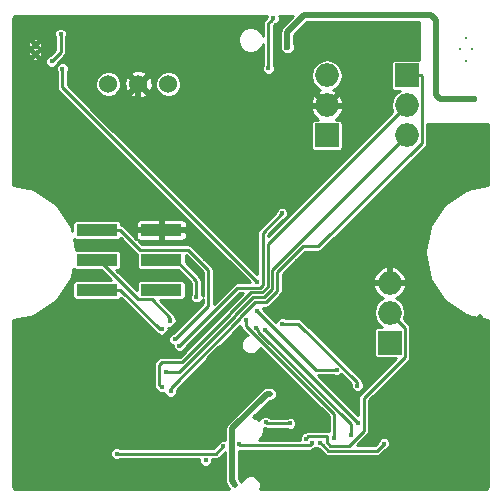
<source format=gbl>
G04 #@! TF.FileFunction,Copper,L2,Bot,Signal*
%FSLAX46Y46*%
G04 Gerber Fmt 4.6, Leading zero omitted, Abs format (unit mm)*
G04 Created by KiCad (PCBNEW 4.0.7) date 12/08/17 11:15:19*
%MOMM*%
%LPD*%
G01*
G04 APERTURE LIST*
%ADD10C,0.100000*%
%ADD11R,3.450000X1.020000*%
%ADD12C,0.300000*%
%ADD13C,1.524000*%
%ADD14O,1.998980X1.998980*%
%ADD15R,1.998980X1.998980*%
%ADD16C,0.400000*%
%ADD17C,0.600000*%
%ADD18C,0.500000*%
%ADD19C,0.250000*%
%ADD20C,0.254000*%
G04 APERTURE END LIST*
D10*
D11*
X7569000Y17323000D03*
X13019000Y17323000D03*
X7569000Y19863000D03*
X13019000Y19863000D03*
X7569000Y22403000D03*
X13019000Y22403000D03*
D12*
X2350000Y38100000D03*
X2350000Y37300000D03*
X38350000Y37700000D03*
X38850000Y38650000D03*
X39350000Y37700000D03*
X38850000Y36750000D03*
D13*
X8550000Y34750000D03*
X11090000Y34750000D03*
X13630000Y34750000D03*
D14*
X32350000Y17950000D03*
D15*
X32350000Y12870000D03*
D14*
X32350000Y15410000D03*
X33800000Y30410000D03*
D15*
X33800000Y35490000D03*
D14*
X33800000Y32950000D03*
X27050000Y35490000D03*
D15*
X27050000Y30410000D03*
D14*
X27050000Y32950000D03*
D16*
X19293197Y839999D03*
D17*
X23698000Y37897000D03*
X13200000Y17220512D03*
X39500000Y33500000D03*
D16*
X22250000Y8550000D03*
X27866143Y10569143D03*
X21125576Y15576340D03*
X16753998Y19974510D03*
X15342690Y19963202D03*
X10700000Y3939610D03*
X26568200Y1905200D03*
X19481596Y12446200D03*
X30000000Y10000000D03*
X27500000Y12500000D03*
X30000000Y12500000D03*
X30000000Y15000000D03*
X27500000Y15000000D03*
X25000000Y15000000D03*
X25000000Y17500000D03*
X27500000Y17500000D03*
X30000000Y17500000D03*
X15000000Y7500000D03*
X12500000Y5000000D03*
X15000000Y5000000D03*
X15000000Y2500000D03*
X12500000Y2500000D03*
X2500000Y5000000D03*
X5000000Y5000000D03*
X7500000Y5000000D03*
X2500000Y7500000D03*
X5000000Y7500000D03*
X2500000Y10000000D03*
X7500000Y10000000D03*
X5000000Y12500000D03*
X7500000Y12500000D03*
X10000000Y12500000D03*
X12500000Y12500000D03*
X15000000Y15000000D03*
X2500000Y40000000D03*
X5000000Y40000000D03*
X7500000Y40000000D03*
X5000000Y25000000D03*
X2500000Y27500000D03*
X2500000Y30000000D03*
X2500000Y32500000D03*
X5000000Y32500000D03*
X7500000Y32500000D03*
X10000000Y30000000D03*
X10000000Y32500000D03*
X20000000Y22500000D03*
X20000000Y25000000D03*
X20000000Y27500000D03*
X20000000Y30000000D03*
X20000000Y32500000D03*
X15000000Y25000000D03*
X15000000Y27500000D03*
X15000000Y30000000D03*
X15000000Y32500000D03*
X15000000Y35000000D03*
X17500000Y35000000D03*
X17500000Y32500000D03*
X17500000Y30000000D03*
X17500000Y27500000D03*
X17500000Y25000000D03*
X27500000Y27500000D03*
X25000000Y25000000D03*
X25000000Y27500000D03*
X25000000Y30000000D03*
X25000000Y32500000D03*
X25000000Y37500000D03*
X25000000Y35000000D03*
X27500000Y37509503D03*
X32500000Y37500000D03*
X30000000Y37500000D03*
X30000000Y37500000D03*
X40000000Y30000000D03*
X37500000Y30000000D03*
X37500000Y25000000D03*
X35000000Y25000000D03*
X32500000Y22500000D03*
X35000000Y22500000D03*
X35000000Y20000000D03*
X32500000Y20000000D03*
X40000000Y15000000D03*
X40000000Y12500000D03*
X37500000Y15000000D03*
X37500000Y15000000D03*
X35000000Y15000000D03*
X35000000Y17500000D03*
X37500000Y10000000D03*
X37500000Y7500000D03*
X35000000Y7500000D03*
X35000000Y5000000D03*
X37500000Y5000000D03*
X37500000Y2500000D03*
X27254000Y19736000D03*
X26568200Y19736000D03*
X25857000Y19736000D03*
X24485400Y19736000D03*
X25145800Y19736000D03*
X18846600Y19304200D03*
X17024617Y11475383D03*
X20929400Y19990000D03*
X10200000Y39200000D03*
X18350000Y38650000D03*
X16000000Y38650000D03*
X12550000Y38650000D03*
X36000000Y28750000D03*
X38000000Y28750000D03*
X40000000Y29000000D03*
D17*
X40400000Y31100000D03*
D16*
X22250000Y7050000D03*
X32500000Y8300000D03*
X30850000Y7850000D03*
X30750000Y19970512D03*
X30050000Y19970512D03*
X20250000Y19970512D03*
X18150000Y19970512D03*
X10450000Y19970512D03*
X8350000Y8950000D03*
X10700000Y11500000D03*
X10700000Y8960000D03*
X10700000Y6410000D03*
X17000000Y6410000D03*
X17000000Y8960000D03*
X26486138Y4370388D03*
X31876800Y4318200D03*
X21861998Y6150000D03*
X23926600Y6020000D03*
X25280928Y4739988D03*
X18262400Y4089600D03*
X19629296Y4252993D03*
X25780800Y4369000D03*
X9245400Y3454600D03*
X27658996Y4751514D03*
X20188861Y14790033D03*
X16001800Y16713400D03*
X13119557Y13982243D03*
X21043754Y14109954D03*
X29108200Y5029400D03*
X21841676Y13891876D03*
X29667000Y6070800D03*
X13792000Y14656000D03*
X29616200Y9220400D03*
X23266200Y14478200D03*
X21132600Y18008800D03*
X4648000Y36068200D03*
X22504200Y40335400D03*
X3748336Y36690756D03*
X22100000Y36100000D03*
X4500000Y39000000D03*
X14147600Y13157400D03*
X14554000Y12598600D03*
X23240800Y23800000D03*
X13411000Y10338000D03*
X13817400Y8737800D03*
X13055400Y9118800D03*
X16771029Y2893390D03*
D18*
X22250000Y8550000D02*
X21967158Y8550000D01*
X19019294Y5602136D02*
X19019294Y1113902D01*
X19019294Y1113902D02*
X19093198Y1039998D01*
X19093198Y1039998D02*
X19293197Y839999D01*
X21967158Y8550000D02*
X19019294Y5602136D01*
X39500000Y33500000D02*
X36600000Y33500000D01*
X36600000Y33500000D02*
X36300000Y33800000D01*
X36300000Y33800000D02*
X36300000Y40200000D01*
X36300000Y40200000D02*
X35900000Y40600000D01*
X35900000Y40600000D02*
X25156400Y40600000D01*
X25156400Y40600000D02*
X25145800Y40589400D01*
X25145800Y40589400D02*
X23698000Y39141600D01*
X23698000Y39141600D02*
X23698000Y37897000D01*
X22250000Y8550000D02*
X22250000Y8525000D01*
X13000000Y17420512D02*
X13200000Y17220512D01*
D19*
X27583301Y10569143D02*
X27866143Y10569143D01*
X26132773Y10569143D02*
X27583301Y10569143D01*
X21125576Y15576340D02*
X26132773Y10569143D01*
D18*
X19198754Y12446200D02*
X19481596Y12446200D01*
X17995434Y12446200D02*
X19198754Y12446200D01*
X17024617Y11475383D02*
X17995434Y12446200D01*
X27500000Y12500000D02*
X30000000Y10000000D01*
X30000000Y15000000D02*
X30000000Y12500000D01*
X25000000Y15000000D02*
X27500000Y15000000D01*
X27500000Y17500000D02*
X25000000Y17500000D01*
X32350000Y17950000D02*
X30450000Y17950000D01*
X30450000Y17950000D02*
X30000000Y17500000D01*
X15000000Y5000000D02*
X12500000Y5000000D01*
X12500000Y2500000D02*
X15000000Y2500000D01*
X5000000Y5000000D02*
X2500000Y5000000D01*
X2500000Y7500000D02*
X5000000Y7500000D01*
X5000000Y7500000D02*
X7500000Y5000000D01*
X2500000Y10000000D02*
X5000000Y7500000D01*
X5000000Y12500000D02*
X7500000Y12500000D01*
X10000000Y12500000D02*
X7500000Y12500000D01*
X15000000Y15000000D02*
X12500000Y12500000D01*
X5000000Y40000000D02*
X2500000Y40000000D01*
X10200000Y39200000D02*
X8300000Y39200000D01*
X8300000Y39200000D02*
X7500000Y40000000D01*
X2500000Y30000000D02*
X2500000Y27500000D01*
X5000000Y32500000D02*
X2500000Y32500000D01*
X10000000Y30000000D02*
X7500000Y32500000D01*
X11090000Y34750000D02*
X11090000Y33590000D01*
X11090000Y33590000D02*
X10000000Y32500000D01*
X20000000Y25000000D02*
X20000000Y22500000D01*
X20000000Y30000000D02*
X20000000Y27500000D01*
X17500000Y32500000D02*
X20000000Y32500000D01*
X15000000Y27500000D02*
X15000000Y25000000D01*
X15000000Y32500000D02*
X15000000Y30000000D01*
X17500000Y35000000D02*
X15000000Y35000000D01*
X17500000Y30000000D02*
X17500000Y32500000D01*
X17500000Y25000000D02*
X17500000Y27500000D01*
X25000000Y27500000D02*
X27500000Y27500000D01*
X25000000Y30000000D02*
X25000000Y27500000D01*
X25000000Y37500000D02*
X25000000Y32500000D01*
X27050000Y32950000D02*
X25000000Y35000000D01*
X30000000Y37500000D02*
X27509503Y37500000D01*
X27509503Y37500000D02*
X27500000Y37509503D01*
X30000000Y37500000D02*
X32500000Y37500000D01*
X27050000Y32950000D02*
X30000000Y35900000D01*
X30000000Y35900000D02*
X30000000Y37500000D01*
X37500000Y30000000D02*
X40000000Y30000000D01*
X35000000Y25000000D02*
X37500000Y25000000D01*
X35000000Y22500000D02*
X32500000Y22500000D01*
X32500000Y20000000D02*
X35000000Y20000000D01*
X40000000Y12500000D02*
X40000000Y15000000D01*
X35000000Y17500000D02*
X35000000Y15000000D01*
D19*
X26686137Y4170389D02*
X26486138Y4370388D01*
X31876800Y4318200D02*
X31286587Y3727987D01*
X31286587Y3727987D02*
X27128539Y3727987D01*
X27128539Y3727987D02*
X26686137Y4170389D01*
X23926600Y6020000D02*
X21991998Y6020000D01*
X21991998Y6020000D02*
X21861998Y6150000D01*
X25480927Y4939987D02*
X25280928Y4739988D01*
X28934602Y4137998D02*
X27325998Y4137998D01*
X27048398Y4923598D02*
X27032009Y4939987D01*
X32350000Y15410000D02*
X33634491Y14125509D01*
X33634491Y14125509D02*
X33634491Y11642509D01*
X27325998Y4137998D02*
X27048398Y4415598D01*
X27048398Y4415598D02*
X27048398Y4923598D01*
X33634491Y11642509D02*
X30152002Y8160020D01*
X27032009Y4939987D02*
X25480927Y4939987D01*
X30152002Y5355398D02*
X28934602Y4137998D01*
X30152002Y8160020D02*
X30152002Y5355398D01*
X18262400Y4089600D02*
X17627400Y3454600D01*
X17627400Y3454600D02*
X9245400Y3454600D01*
X19713288Y4169001D02*
X19629296Y4252993D01*
X25580801Y4169001D02*
X19713288Y4169001D01*
X25780800Y4369000D02*
X25580801Y4169001D01*
X16001800Y16713400D02*
X16001800Y18095200D01*
X16001800Y18095200D02*
X14234000Y19863000D01*
X14234000Y19863000D02*
X13019000Y19863000D01*
X27658996Y5034356D02*
X27658996Y4751514D01*
X27658996Y6808810D02*
X27658996Y5034356D01*
X20188861Y14278945D02*
X27658996Y6808810D01*
X20188861Y14790033D02*
X20188861Y14278945D01*
X9544000Y17323000D02*
X12884757Y13982243D01*
X7569000Y17323000D02*
X9544000Y17323000D01*
X12884757Y13982243D02*
X13119557Y13982243D01*
X21243753Y13803889D02*
X21243753Y13909955D01*
X29108200Y5029400D02*
X29108200Y5939442D01*
X29108200Y5939442D02*
X21243753Y13803889D01*
X21243753Y13909955D02*
X21043754Y14109954D01*
X13792000Y14656000D02*
X13792000Y14938842D01*
X13792000Y14938842D02*
X12202843Y16527999D01*
X12202843Y16527999D02*
X11065999Y16527999D01*
X11065999Y16527999D02*
X7730998Y19863000D01*
X7730998Y19863000D02*
X7569000Y19863000D01*
X29667000Y6070800D02*
X21845924Y13891876D01*
X21845924Y13891876D02*
X21841676Y13891876D01*
X23266200Y14478200D02*
X24642994Y14478200D01*
X24642994Y14478200D02*
X29616200Y9504994D01*
X29616200Y9504994D02*
X29616200Y9220400D01*
X4648000Y36068200D02*
X4648000Y34493400D01*
X4648000Y34493400D02*
X21132600Y18008800D01*
X22100000Y36100000D02*
X22100000Y39931200D01*
X22304201Y40135401D02*
X22504200Y40335400D01*
X22100000Y39931200D02*
X22304201Y40135401D01*
X4500000Y39000000D02*
X4500000Y37442420D01*
X4500000Y37442420D02*
X3948335Y36890755D01*
X3948335Y36890755D02*
X3748336Y36690756D01*
X16992400Y19050200D02*
X16992400Y16002200D01*
X16992400Y16002200D02*
X14147600Y13157400D01*
X15316000Y20726600D02*
X16992400Y19050200D01*
X11220400Y20726600D02*
X15316000Y20726600D01*
X7569000Y22403000D02*
X9544000Y22403000D01*
X9544000Y22403000D02*
X11220400Y20726600D01*
X21365402Y17523798D02*
X19479198Y17523798D01*
X14753999Y12798599D02*
X14554000Y12598600D01*
X21617602Y17775998D02*
X21365402Y17523798D01*
X21617602Y22176802D02*
X21617602Y17775998D01*
X19479198Y17523798D02*
X14753999Y12798599D01*
X23240800Y23800000D02*
X21617602Y22176802D01*
X22437624Y19047624D02*
X22437624Y17436334D01*
X33800000Y30410000D02*
X22437624Y19047624D01*
X22437624Y17436334D02*
X21705066Y16703776D01*
X14550772Y10338000D02*
X13693842Y10338000D01*
X19293849Y15081077D02*
X14550772Y10338000D01*
X21705066Y16703776D02*
X20804959Y16703776D01*
X13693842Y10338000D02*
X13411000Y10338000D01*
X19293849Y15192666D02*
X19293849Y15081077D01*
X20804959Y16703776D02*
X19293849Y15192666D01*
X25040590Y21027790D02*
X26318838Y21027790D01*
X13817400Y8737800D02*
X13817400Y9024785D01*
X35084491Y29793443D02*
X35084491Y35454999D01*
X21874898Y16293765D02*
X22847635Y17266502D01*
X13817400Y9024785D02*
X19703860Y14911245D01*
X19703860Y14911245D02*
X19703860Y15022834D01*
X20974791Y16293765D02*
X21874898Y16293765D01*
X26318838Y21027790D02*
X35084491Y29793443D01*
X35084491Y35454999D02*
X35049490Y35490000D01*
X22847635Y18834835D02*
X25040590Y21027790D01*
X35049490Y35490000D02*
X33800000Y35490000D01*
X22847635Y17266502D02*
X22847635Y18834835D01*
X19703860Y15022834D02*
X20974791Y16293765D01*
X22027613Y21177613D02*
X22027613Y17606166D01*
X18883838Y15362498D02*
X18883838Y15296234D01*
X14786802Y11199198D02*
X13074040Y11199198D01*
X18883838Y15296234D02*
X14786802Y11199198D01*
X33800000Y32950000D02*
X22027613Y21177613D01*
X22027613Y17606166D02*
X21535234Y17113787D01*
X20635127Y17113787D02*
X18883838Y15362498D01*
X21535234Y17113787D02*
X20635127Y17113787D01*
X13074040Y11199198D02*
X12855401Y10980559D01*
X12855401Y10980559D02*
X12855401Y9318799D01*
X12855401Y9318799D02*
X13055400Y9118800D01*
D20*
G36*
X10895131Y20401331D02*
X10952437Y20363040D01*
X10952437Y19353000D01*
X10975796Y19228856D01*
X11049165Y19114838D01*
X11161113Y19038347D01*
X11294000Y19011437D01*
X14435025Y19011437D01*
X15541800Y17904662D01*
X15541800Y17000680D01*
X15466893Y16820285D01*
X15466708Y16607449D01*
X15547985Y16410743D01*
X15698351Y16260114D01*
X15894915Y16178493D01*
X16107751Y16178308D01*
X16304457Y16259585D01*
X16455086Y16409951D01*
X16532400Y16596143D01*
X16532400Y16192738D01*
X14025468Y13685806D01*
X13844943Y13611215D01*
X13694314Y13460849D01*
X13612693Y13264285D01*
X13612508Y13051449D01*
X13693785Y12854743D01*
X13844151Y12704114D01*
X14019029Y12631498D01*
X14018908Y12492649D01*
X14100185Y12295943D01*
X14250551Y12145314D01*
X14447115Y12063693D01*
X14659951Y12063508D01*
X14856657Y12144785D01*
X15007286Y12295151D01*
X15082696Y12476758D01*
X19669736Y17063798D01*
X19934600Y17063798D01*
X18558569Y15687767D01*
X18458853Y15538533D01*
X18454695Y15517629D01*
X14596264Y11659198D01*
X13074040Y11659198D01*
X12898006Y11624183D01*
X12898004Y11624182D01*
X12898005Y11624182D01*
X12748771Y11524467D01*
X12530132Y11305828D01*
X12430416Y11156594D01*
X12430416Y11156593D01*
X12395401Y10980559D01*
X12395401Y9318799D01*
X12430416Y9142764D01*
X12525306Y9000752D01*
X12601585Y8816143D01*
X12751951Y8665514D01*
X12948515Y8583893D01*
X13161351Y8583708D01*
X13282310Y8633687D01*
X13282308Y8631849D01*
X13363585Y8435143D01*
X13513951Y8284514D01*
X13710515Y8202893D01*
X13923351Y8202708D01*
X14120057Y8283985D01*
X14270686Y8434351D01*
X14352307Y8630915D01*
X14352492Y8843751D01*
X14333315Y8890162D01*
X19728861Y14285708D01*
X19728861Y14278945D01*
X19763876Y14102910D01*
X19863592Y13953676D01*
X20326715Y13490553D01*
X20127628Y13408292D01*
X19892534Y13173607D01*
X19765145Y12866821D01*
X19764855Y12534637D01*
X19891708Y12227628D01*
X20126393Y11992534D01*
X20433179Y11865145D01*
X20765363Y11864855D01*
X21072372Y11991708D01*
X21307466Y12226393D01*
X21390620Y12426648D01*
X27198996Y6618272D01*
X27198996Y5366772D01*
X27032009Y5399987D01*
X25480927Y5399987D01*
X25304893Y5364972D01*
X25187334Y5286421D01*
X25162880Y5270082D01*
X24978271Y5193803D01*
X24827642Y5043437D01*
X24746021Y4846873D01*
X24745836Y4634037D01*
X24747917Y4629001D01*
X21263241Y4629001D01*
X21519282Y4884595D01*
X21684811Y5283233D01*
X21685126Y5644154D01*
X21755113Y5615093D01*
X21785955Y5615066D01*
X21815963Y5595015D01*
X21991998Y5560000D01*
X23639320Y5560000D01*
X23819715Y5485093D01*
X24032551Y5484908D01*
X24229257Y5566185D01*
X24379886Y5716551D01*
X24461507Y5913115D01*
X24461692Y6125951D01*
X24380415Y6322657D01*
X24230049Y6473286D01*
X24033485Y6554907D01*
X23820649Y6555092D01*
X23638912Y6480000D01*
X22288518Y6480000D01*
X22165447Y6603286D01*
X21968883Y6684907D01*
X21756047Y6685092D01*
X21559341Y6603815D01*
X21408712Y6453449D01*
X21341905Y6292561D01*
X21215405Y6419282D01*
X20825611Y6581139D01*
X22195344Y7950872D01*
X22250000Y7940000D01*
X22473870Y7984530D01*
X22663657Y8111343D01*
X22790470Y8301130D01*
X22835000Y8525000D01*
X22835000Y8550000D01*
X22790470Y8773870D01*
X22663657Y8963657D01*
X22473870Y9090470D01*
X22250000Y9135000D01*
X21967158Y9135000D01*
X21743288Y9090470D01*
X21553500Y8963657D01*
X18605637Y6015793D01*
X18478824Y5826006D01*
X18434294Y5602136D01*
X18434294Y4597513D01*
X18369285Y4624507D01*
X18156449Y4624692D01*
X17959743Y4543415D01*
X17809114Y4393049D01*
X17733704Y4211442D01*
X17436862Y3914600D01*
X9532680Y3914600D01*
X9352285Y3989507D01*
X9139449Y3989692D01*
X8942743Y3908415D01*
X8792114Y3758049D01*
X8710493Y3561485D01*
X8710308Y3348649D01*
X8791585Y3151943D01*
X8941951Y3001314D01*
X9138515Y2919693D01*
X9351351Y2919508D01*
X9533088Y2994600D01*
X16236117Y2994600D01*
X16235937Y2787439D01*
X16317214Y2590733D01*
X16467580Y2440104D01*
X16664144Y2358483D01*
X16876980Y2358298D01*
X17073686Y2439575D01*
X17224315Y2589941D01*
X17305936Y2786505D01*
X17306117Y2994600D01*
X17627400Y2994600D01*
X17803435Y3029615D01*
X17952669Y3129331D01*
X18384532Y3561194D01*
X18434294Y3581755D01*
X18434294Y1113902D01*
X18474852Y910000D01*
X18478824Y890032D01*
X18605637Y700245D01*
X18679541Y626341D01*
X18795881Y510000D01*
X669827Y510000D01*
X510000Y669828D01*
X510000Y14813522D01*
X2227343Y15155123D01*
X2375140Y15216342D01*
X4110802Y16376075D01*
X4110805Y16376076D01*
X4223924Y16489195D01*
X5383655Y18224857D01*
X5383658Y18224860D01*
X5426946Y18329368D01*
X5444877Y18372656D01*
X5444877Y18372658D01*
X5594079Y19122743D01*
X5599165Y19114838D01*
X5711113Y19038347D01*
X5844000Y19011437D01*
X7932023Y19011437D01*
X8768897Y18174563D01*
X5844000Y18174563D01*
X5719856Y18151204D01*
X5605838Y18077835D01*
X5529347Y17965887D01*
X5502437Y17833000D01*
X5502437Y16813000D01*
X5525796Y16688856D01*
X5599165Y16574838D01*
X5711113Y16498347D01*
X5844000Y16471437D01*
X9294000Y16471437D01*
X9418144Y16494796D01*
X9532162Y16568165D01*
X9579303Y16637159D01*
X12559488Y13656974D01*
X12708722Y13557258D01*
X12807463Y13537618D01*
X12816108Y13528957D01*
X13012672Y13447336D01*
X13225508Y13447151D01*
X13422214Y13528428D01*
X13572843Y13678794D01*
X13654464Y13875358D01*
X13654649Y14088194D01*
X13631930Y14143177D01*
X13685115Y14121093D01*
X13897951Y14120908D01*
X14094657Y14202185D01*
X14245286Y14352551D01*
X14326907Y14549115D01*
X14327092Y14761951D01*
X14250141Y14948187D01*
X14216985Y15114876D01*
X14117269Y15264111D01*
X12909943Y16471437D01*
X14744000Y16471437D01*
X14868144Y16494796D01*
X14982162Y16568165D01*
X15058653Y16680113D01*
X15085563Y16813000D01*
X15085563Y17833000D01*
X15062204Y17957144D01*
X14988835Y18071162D01*
X14876887Y18147653D01*
X14744000Y18174563D01*
X11294000Y18174563D01*
X11169856Y18151204D01*
X11055838Y18077835D01*
X10979347Y17965887D01*
X10952437Y17833000D01*
X10952437Y17292099D01*
X9233099Y19011437D01*
X9294000Y19011437D01*
X9418144Y19034796D01*
X9532162Y19108165D01*
X9608653Y19220113D01*
X9635563Y19353000D01*
X9635563Y20373000D01*
X9612204Y20497144D01*
X9538835Y20611162D01*
X9426887Y20687653D01*
X9294000Y20714563D01*
X5844000Y20714563D01*
X5826026Y20711181D01*
X5644479Y21623876D01*
X5711113Y21578347D01*
X5844000Y21551437D01*
X9294000Y21551437D01*
X9418144Y21574796D01*
X9532162Y21648165D01*
X9579303Y21717159D01*
X10895131Y20401331D01*
X10895131Y20401331D01*
G37*
X10895131Y20401331D02*
X10952437Y20363040D01*
X10952437Y19353000D01*
X10975796Y19228856D01*
X11049165Y19114838D01*
X11161113Y19038347D01*
X11294000Y19011437D01*
X14435025Y19011437D01*
X15541800Y17904662D01*
X15541800Y17000680D01*
X15466893Y16820285D01*
X15466708Y16607449D01*
X15547985Y16410743D01*
X15698351Y16260114D01*
X15894915Y16178493D01*
X16107751Y16178308D01*
X16304457Y16259585D01*
X16455086Y16409951D01*
X16532400Y16596143D01*
X16532400Y16192738D01*
X14025468Y13685806D01*
X13844943Y13611215D01*
X13694314Y13460849D01*
X13612693Y13264285D01*
X13612508Y13051449D01*
X13693785Y12854743D01*
X13844151Y12704114D01*
X14019029Y12631498D01*
X14018908Y12492649D01*
X14100185Y12295943D01*
X14250551Y12145314D01*
X14447115Y12063693D01*
X14659951Y12063508D01*
X14856657Y12144785D01*
X15007286Y12295151D01*
X15082696Y12476758D01*
X19669736Y17063798D01*
X19934600Y17063798D01*
X18558569Y15687767D01*
X18458853Y15538533D01*
X18454695Y15517629D01*
X14596264Y11659198D01*
X13074040Y11659198D01*
X12898006Y11624183D01*
X12898004Y11624182D01*
X12898005Y11624182D01*
X12748771Y11524467D01*
X12530132Y11305828D01*
X12430416Y11156594D01*
X12430416Y11156593D01*
X12395401Y10980559D01*
X12395401Y9318799D01*
X12430416Y9142764D01*
X12525306Y9000752D01*
X12601585Y8816143D01*
X12751951Y8665514D01*
X12948515Y8583893D01*
X13161351Y8583708D01*
X13282310Y8633687D01*
X13282308Y8631849D01*
X13363585Y8435143D01*
X13513951Y8284514D01*
X13710515Y8202893D01*
X13923351Y8202708D01*
X14120057Y8283985D01*
X14270686Y8434351D01*
X14352307Y8630915D01*
X14352492Y8843751D01*
X14333315Y8890162D01*
X19728861Y14285708D01*
X19728861Y14278945D01*
X19763876Y14102910D01*
X19863592Y13953676D01*
X20326715Y13490553D01*
X20127628Y13408292D01*
X19892534Y13173607D01*
X19765145Y12866821D01*
X19764855Y12534637D01*
X19891708Y12227628D01*
X20126393Y11992534D01*
X20433179Y11865145D01*
X20765363Y11864855D01*
X21072372Y11991708D01*
X21307466Y12226393D01*
X21390620Y12426648D01*
X27198996Y6618272D01*
X27198996Y5366772D01*
X27032009Y5399987D01*
X25480927Y5399987D01*
X25304893Y5364972D01*
X25187334Y5286421D01*
X25162880Y5270082D01*
X24978271Y5193803D01*
X24827642Y5043437D01*
X24746021Y4846873D01*
X24745836Y4634037D01*
X24747917Y4629001D01*
X21263241Y4629001D01*
X21519282Y4884595D01*
X21684811Y5283233D01*
X21685126Y5644154D01*
X21755113Y5615093D01*
X21785955Y5615066D01*
X21815963Y5595015D01*
X21991998Y5560000D01*
X23639320Y5560000D01*
X23819715Y5485093D01*
X24032551Y5484908D01*
X24229257Y5566185D01*
X24379886Y5716551D01*
X24461507Y5913115D01*
X24461692Y6125951D01*
X24380415Y6322657D01*
X24230049Y6473286D01*
X24033485Y6554907D01*
X23820649Y6555092D01*
X23638912Y6480000D01*
X22288518Y6480000D01*
X22165447Y6603286D01*
X21968883Y6684907D01*
X21756047Y6685092D01*
X21559341Y6603815D01*
X21408712Y6453449D01*
X21341905Y6292561D01*
X21215405Y6419282D01*
X20825611Y6581139D01*
X22195344Y7950872D01*
X22250000Y7940000D01*
X22473870Y7984530D01*
X22663657Y8111343D01*
X22790470Y8301130D01*
X22835000Y8525000D01*
X22835000Y8550000D01*
X22790470Y8773870D01*
X22663657Y8963657D01*
X22473870Y9090470D01*
X22250000Y9135000D01*
X21967158Y9135000D01*
X21743288Y9090470D01*
X21553500Y8963657D01*
X18605637Y6015793D01*
X18478824Y5826006D01*
X18434294Y5602136D01*
X18434294Y4597513D01*
X18369285Y4624507D01*
X18156449Y4624692D01*
X17959743Y4543415D01*
X17809114Y4393049D01*
X17733704Y4211442D01*
X17436862Y3914600D01*
X9532680Y3914600D01*
X9352285Y3989507D01*
X9139449Y3989692D01*
X8942743Y3908415D01*
X8792114Y3758049D01*
X8710493Y3561485D01*
X8710308Y3348649D01*
X8791585Y3151943D01*
X8941951Y3001314D01*
X9138515Y2919693D01*
X9351351Y2919508D01*
X9533088Y2994600D01*
X16236117Y2994600D01*
X16235937Y2787439D01*
X16317214Y2590733D01*
X16467580Y2440104D01*
X16664144Y2358483D01*
X16876980Y2358298D01*
X17073686Y2439575D01*
X17224315Y2589941D01*
X17305936Y2786505D01*
X17306117Y2994600D01*
X17627400Y2994600D01*
X17803435Y3029615D01*
X17952669Y3129331D01*
X18384532Y3561194D01*
X18434294Y3581755D01*
X18434294Y1113902D01*
X18474852Y910000D01*
X18478824Y890032D01*
X18605637Y700245D01*
X18679541Y626341D01*
X18795881Y510000D01*
X669827Y510000D01*
X510000Y669828D01*
X510000Y14813522D01*
X2227343Y15155123D01*
X2375140Y15216342D01*
X4110802Y16376075D01*
X4110805Y16376076D01*
X4223924Y16489195D01*
X5383655Y18224857D01*
X5383658Y18224860D01*
X5426946Y18329368D01*
X5444877Y18372656D01*
X5444877Y18372658D01*
X5594079Y19122743D01*
X5599165Y19114838D01*
X5711113Y19038347D01*
X5844000Y19011437D01*
X7932023Y19011437D01*
X8768897Y18174563D01*
X5844000Y18174563D01*
X5719856Y18151204D01*
X5605838Y18077835D01*
X5529347Y17965887D01*
X5502437Y17833000D01*
X5502437Y16813000D01*
X5525796Y16688856D01*
X5599165Y16574838D01*
X5711113Y16498347D01*
X5844000Y16471437D01*
X9294000Y16471437D01*
X9418144Y16494796D01*
X9532162Y16568165D01*
X9579303Y16637159D01*
X12559488Y13656974D01*
X12708722Y13557258D01*
X12807463Y13537618D01*
X12816108Y13528957D01*
X13012672Y13447336D01*
X13225508Y13447151D01*
X13422214Y13528428D01*
X13572843Y13678794D01*
X13654464Y13875358D01*
X13654649Y14088194D01*
X13631930Y14143177D01*
X13685115Y14121093D01*
X13897951Y14120908D01*
X14094657Y14202185D01*
X14245286Y14352551D01*
X14326907Y14549115D01*
X14327092Y14761951D01*
X14250141Y14948187D01*
X14216985Y15114876D01*
X14117269Y15264111D01*
X12909943Y16471437D01*
X14744000Y16471437D01*
X14868144Y16494796D01*
X14982162Y16568165D01*
X15058653Y16680113D01*
X15085563Y16813000D01*
X15085563Y17833000D01*
X15062204Y17957144D01*
X14988835Y18071162D01*
X14876887Y18147653D01*
X14744000Y18174563D01*
X11294000Y18174563D01*
X11169856Y18151204D01*
X11055838Y18077835D01*
X10979347Y17965887D01*
X10952437Y17833000D01*
X10952437Y17292099D01*
X9233099Y19011437D01*
X9294000Y19011437D01*
X9418144Y19034796D01*
X9532162Y19108165D01*
X9608653Y19220113D01*
X9635563Y19353000D01*
X9635563Y20373000D01*
X9612204Y20497144D01*
X9538835Y20611162D01*
X9426887Y20687653D01*
X9294000Y20714563D01*
X5844000Y20714563D01*
X5826026Y20711181D01*
X5644479Y21623876D01*
X5711113Y21578347D01*
X5844000Y21551437D01*
X9294000Y21551437D01*
X9418144Y21574796D01*
X9532162Y21648165D01*
X9579303Y21717159D01*
X10895131Y20401331D01*
G36*
X40690000Y26186478D02*
X38972657Y25844877D01*
X38972656Y25844877D01*
X38929368Y25826946D01*
X38824860Y25783658D01*
X38824857Y25783655D01*
X37089195Y24623924D01*
X36976076Y24510805D01*
X36976076Y24510804D01*
X35816342Y22775140D01*
X35755123Y22627343D01*
X35347878Y20579987D01*
X35347878Y20420013D01*
X35755123Y18372658D01*
X35755123Y18372657D01*
X35816342Y18224860D01*
X36976075Y16489198D01*
X36976076Y16489195D01*
X37089195Y16376076D01*
X38824857Y15216345D01*
X38824860Y15216342D01*
X38929368Y15173054D01*
X38972656Y15155123D01*
X38972657Y15155123D01*
X40690000Y14813522D01*
X40690000Y669827D01*
X40530172Y510000D01*
X21383706Y510000D01*
X21434855Y633179D01*
X21435145Y965363D01*
X21308292Y1272372D01*
X21073607Y1507466D01*
X20766821Y1634855D01*
X20434637Y1635145D01*
X20127628Y1508292D01*
X19892534Y1273607D01*
X19816260Y1089920D01*
X19706854Y1253657D01*
X19604294Y1356216D01*
X19604294Y3718015D01*
X19668251Y3717959D01*
X19713288Y3709001D01*
X25580801Y3709001D01*
X25756836Y3744016D01*
X25898848Y3838906D01*
X26083457Y3915185D01*
X26134118Y3965758D01*
X26182689Y3917102D01*
X26364296Y3841692D01*
X26803270Y3402718D01*
X26952504Y3303002D01*
X27128539Y3267987D01*
X31286587Y3267987D01*
X31462622Y3303002D01*
X31611856Y3402718D01*
X31998932Y3789794D01*
X32179457Y3864385D01*
X32330086Y4014751D01*
X32411707Y4211315D01*
X32411892Y4424151D01*
X32330615Y4620857D01*
X32180249Y4771486D01*
X31983685Y4853107D01*
X31770849Y4853292D01*
X31574143Y4772015D01*
X31423514Y4621649D01*
X31348104Y4440042D01*
X31096049Y4187987D01*
X29635129Y4187987D01*
X30477271Y5030129D01*
X30576987Y5179363D01*
X30612002Y5355398D01*
X30612002Y7969482D01*
X33959760Y11317240D01*
X34059475Y11466474D01*
X34059476Y11466475D01*
X34094491Y11642509D01*
X34094491Y14125509D01*
X34089431Y14150948D01*
X34059476Y14301544D01*
X33959760Y14450778D01*
X33564668Y14845870D01*
X33582908Y14873169D01*
X33684490Y15383856D01*
X33684490Y15436144D01*
X33582908Y15946831D01*
X33293627Y16379771D01*
X32893034Y16647438D01*
X33082401Y16725871D01*
X33495104Y17099330D01*
X33733475Y17602296D01*
X33664085Y17823000D01*
X32477000Y17823000D01*
X32477000Y17803000D01*
X32223000Y17803000D01*
X32223000Y17823000D01*
X31035915Y17823000D01*
X30966525Y17602296D01*
X31204896Y17099330D01*
X31617599Y16725871D01*
X31806966Y16647438D01*
X31406373Y16379771D01*
X31117092Y15946831D01*
X31015510Y15436144D01*
X31015510Y15383856D01*
X31117092Y14873169D01*
X31406373Y14440229D01*
X31749359Y14211053D01*
X31350510Y14211053D01*
X31226366Y14187694D01*
X31112348Y14114325D01*
X31035857Y14002377D01*
X31008947Y13869490D01*
X31008947Y11870510D01*
X31032306Y11746366D01*
X31105675Y11632348D01*
X31217623Y11555857D01*
X31350510Y11528947D01*
X32870391Y11528947D01*
X29826733Y8485289D01*
X29727017Y8336055D01*
X29720070Y8301130D01*
X29692002Y8160020D01*
X29692002Y6696336D01*
X26279195Y10109143D01*
X27578863Y10109143D01*
X27759258Y10034236D01*
X27972094Y10034051D01*
X28168800Y10115328D01*
X28262145Y10208511D01*
X29099507Y9371149D01*
X29081293Y9327285D01*
X29081108Y9114449D01*
X29162385Y8917743D01*
X29312751Y8767114D01*
X29509315Y8685493D01*
X29722151Y8685308D01*
X29918857Y8766585D01*
X30069486Y8916951D01*
X30151107Y9113515D01*
X30151292Y9326351D01*
X30075013Y9510960D01*
X30041185Y9681028D01*
X29941469Y9830263D01*
X24968263Y14803469D01*
X24819029Y14903185D01*
X24642994Y14938200D01*
X23553480Y14938200D01*
X23373085Y15013107D01*
X23160249Y15013292D01*
X22963543Y14932015D01*
X22812914Y14781649D01*
X22741878Y14610576D01*
X21653982Y15698472D01*
X21598080Y15833765D01*
X21874898Y15833765D01*
X22050933Y15868780D01*
X22200167Y15968496D01*
X23172904Y16941233D01*
X23272620Y17090467D01*
X23307635Y17266502D01*
X23307635Y18297704D01*
X30966525Y18297704D01*
X31035915Y18077000D01*
X32223000Y18077000D01*
X32223000Y19263615D01*
X32477000Y19263615D01*
X32477000Y18077000D01*
X33664085Y18077000D01*
X33733475Y18297704D01*
X33495104Y18800670D01*
X33082401Y19174129D01*
X32697702Y19333465D01*
X32477000Y19263615D01*
X32223000Y19263615D01*
X32002298Y19333465D01*
X31617599Y19174129D01*
X31204896Y18800670D01*
X30966525Y18297704D01*
X23307635Y18297704D01*
X23307635Y18644297D01*
X25231128Y20567790D01*
X26318838Y20567790D01*
X26494873Y20602805D01*
X26644107Y20702521D01*
X35409760Y29468174D01*
X35509475Y29617408D01*
X35509476Y29617409D01*
X35544491Y29793443D01*
X35544491Y31373000D01*
X40690000Y31373000D01*
X40690000Y26186478D01*
X40690000Y26186478D01*
G37*
X40690000Y26186478D02*
X38972657Y25844877D01*
X38972656Y25844877D01*
X38929368Y25826946D01*
X38824860Y25783658D01*
X38824857Y25783655D01*
X37089195Y24623924D01*
X36976076Y24510805D01*
X36976076Y24510804D01*
X35816342Y22775140D01*
X35755123Y22627343D01*
X35347878Y20579987D01*
X35347878Y20420013D01*
X35755123Y18372658D01*
X35755123Y18372657D01*
X35816342Y18224860D01*
X36976075Y16489198D01*
X36976076Y16489195D01*
X37089195Y16376076D01*
X38824857Y15216345D01*
X38824860Y15216342D01*
X38929368Y15173054D01*
X38972656Y15155123D01*
X38972657Y15155123D01*
X40690000Y14813522D01*
X40690000Y669827D01*
X40530172Y510000D01*
X21383706Y510000D01*
X21434855Y633179D01*
X21435145Y965363D01*
X21308292Y1272372D01*
X21073607Y1507466D01*
X20766821Y1634855D01*
X20434637Y1635145D01*
X20127628Y1508292D01*
X19892534Y1273607D01*
X19816260Y1089920D01*
X19706854Y1253657D01*
X19604294Y1356216D01*
X19604294Y3718015D01*
X19668251Y3717959D01*
X19713288Y3709001D01*
X25580801Y3709001D01*
X25756836Y3744016D01*
X25898848Y3838906D01*
X26083457Y3915185D01*
X26134118Y3965758D01*
X26182689Y3917102D01*
X26364296Y3841692D01*
X26803270Y3402718D01*
X26952504Y3303002D01*
X27128539Y3267987D01*
X31286587Y3267987D01*
X31462622Y3303002D01*
X31611856Y3402718D01*
X31998932Y3789794D01*
X32179457Y3864385D01*
X32330086Y4014751D01*
X32411707Y4211315D01*
X32411892Y4424151D01*
X32330615Y4620857D01*
X32180249Y4771486D01*
X31983685Y4853107D01*
X31770849Y4853292D01*
X31574143Y4772015D01*
X31423514Y4621649D01*
X31348104Y4440042D01*
X31096049Y4187987D01*
X29635129Y4187987D01*
X30477271Y5030129D01*
X30576987Y5179363D01*
X30612002Y5355398D01*
X30612002Y7969482D01*
X33959760Y11317240D01*
X34059475Y11466474D01*
X34059476Y11466475D01*
X34094491Y11642509D01*
X34094491Y14125509D01*
X34089431Y14150948D01*
X34059476Y14301544D01*
X33959760Y14450778D01*
X33564668Y14845870D01*
X33582908Y14873169D01*
X33684490Y15383856D01*
X33684490Y15436144D01*
X33582908Y15946831D01*
X33293627Y16379771D01*
X32893034Y16647438D01*
X33082401Y16725871D01*
X33495104Y17099330D01*
X33733475Y17602296D01*
X33664085Y17823000D01*
X32477000Y17823000D01*
X32477000Y17803000D01*
X32223000Y17803000D01*
X32223000Y17823000D01*
X31035915Y17823000D01*
X30966525Y17602296D01*
X31204896Y17099330D01*
X31617599Y16725871D01*
X31806966Y16647438D01*
X31406373Y16379771D01*
X31117092Y15946831D01*
X31015510Y15436144D01*
X31015510Y15383856D01*
X31117092Y14873169D01*
X31406373Y14440229D01*
X31749359Y14211053D01*
X31350510Y14211053D01*
X31226366Y14187694D01*
X31112348Y14114325D01*
X31035857Y14002377D01*
X31008947Y13869490D01*
X31008947Y11870510D01*
X31032306Y11746366D01*
X31105675Y11632348D01*
X31217623Y11555857D01*
X31350510Y11528947D01*
X32870391Y11528947D01*
X29826733Y8485289D01*
X29727017Y8336055D01*
X29720070Y8301130D01*
X29692002Y8160020D01*
X29692002Y6696336D01*
X26279195Y10109143D01*
X27578863Y10109143D01*
X27759258Y10034236D01*
X27972094Y10034051D01*
X28168800Y10115328D01*
X28262145Y10208511D01*
X29099507Y9371149D01*
X29081293Y9327285D01*
X29081108Y9114449D01*
X29162385Y8917743D01*
X29312751Y8767114D01*
X29509315Y8685493D01*
X29722151Y8685308D01*
X29918857Y8766585D01*
X30069486Y8916951D01*
X30151107Y9113515D01*
X30151292Y9326351D01*
X30075013Y9510960D01*
X30041185Y9681028D01*
X29941469Y9830263D01*
X24968263Y14803469D01*
X24819029Y14903185D01*
X24642994Y14938200D01*
X23553480Y14938200D01*
X23373085Y15013107D01*
X23160249Y15013292D01*
X22963543Y14932015D01*
X22812914Y14781649D01*
X22741878Y14610576D01*
X21653982Y15698472D01*
X21598080Y15833765D01*
X21874898Y15833765D01*
X22050933Y15868780D01*
X22200167Y15968496D01*
X23172904Y16941233D01*
X23272620Y17090467D01*
X23307635Y17266502D01*
X23307635Y18297704D01*
X30966525Y18297704D01*
X31035915Y18077000D01*
X32223000Y18077000D01*
X32223000Y19263615D01*
X32477000Y19263615D01*
X32477000Y18077000D01*
X33664085Y18077000D01*
X33733475Y18297704D01*
X33495104Y18800670D01*
X33082401Y19174129D01*
X32697702Y19333465D01*
X32477000Y19263615D01*
X32223000Y19263615D01*
X32002298Y19333465D01*
X31617599Y19174129D01*
X31204896Y18800670D01*
X30966525Y18297704D01*
X23307635Y18297704D01*
X23307635Y18644297D01*
X25231128Y20567790D01*
X26318838Y20567790D01*
X26494873Y20602805D01*
X26644107Y20702521D01*
X35409760Y29468174D01*
X35509475Y29617408D01*
X35509476Y29617409D01*
X35544491Y29793443D01*
X35544491Y31373000D01*
X40690000Y31373000D01*
X40690000Y26186478D01*
G36*
X21975504Y40457242D02*
X21774731Y40256469D01*
X21675015Y40107235D01*
X21641845Y39940476D01*
X21640000Y39931200D01*
X21640000Y38824236D01*
X21520354Y39113800D01*
X21215405Y39419282D01*
X20816767Y39584811D01*
X20385127Y39585188D01*
X19986200Y39420354D01*
X19680718Y39115405D01*
X19515189Y38716767D01*
X19514812Y38285127D01*
X19679646Y37886200D01*
X19984595Y37580718D01*
X20383233Y37415189D01*
X20814873Y37414812D01*
X21213800Y37579646D01*
X21519282Y37884595D01*
X21640000Y38175316D01*
X21640000Y36387280D01*
X21565093Y36206885D01*
X21564908Y35994049D01*
X21646185Y35797343D01*
X21796551Y35646714D01*
X21993115Y35565093D01*
X22205951Y35564908D01*
X22402657Y35646185D01*
X22553286Y35796551D01*
X22634907Y35993115D01*
X22635092Y36205951D01*
X22560000Y36387688D01*
X22560000Y39740662D01*
X22626332Y39806994D01*
X22806857Y39881585D01*
X22957486Y40031951D01*
X23039107Y40228515D01*
X23039292Y40441351D01*
X23019191Y40490000D01*
X24219085Y40490000D01*
X23284343Y39555257D01*
X23157530Y39365470D01*
X23113000Y39141600D01*
X23113000Y38144010D01*
X23063111Y38023863D01*
X23062890Y37771245D01*
X23159360Y37537772D01*
X23337832Y37358987D01*
X23571137Y37262111D01*
X23823755Y37261890D01*
X24057228Y37358360D01*
X24236013Y37536832D01*
X24332889Y37770137D01*
X24333110Y38022755D01*
X24283000Y38144029D01*
X24283000Y38899286D01*
X25398715Y40015000D01*
X34873000Y40015000D01*
X34873000Y39840365D01*
X34866908Y39825657D01*
X34847878Y39729986D01*
X34847878Y39664719D01*
X34845000Y39650306D01*
X34842890Y36822264D01*
X34799490Y36831053D01*
X32800510Y36831053D01*
X32676366Y36807694D01*
X32562348Y36734325D01*
X32485857Y36622377D01*
X32458947Y36489490D01*
X32458947Y34490510D01*
X32482306Y34366366D01*
X32555675Y34252348D01*
X32667623Y34175857D01*
X32800510Y34148947D01*
X33199359Y34148947D01*
X32856373Y33919771D01*
X32567092Y33486831D01*
X32465510Y32976144D01*
X32465510Y32923856D01*
X32567092Y32413169D01*
X32585332Y32385870D01*
X22077602Y21878140D01*
X22077602Y21986264D01*
X23362932Y23271594D01*
X23543457Y23346185D01*
X23694086Y23496551D01*
X23775707Y23693115D01*
X23775892Y23905951D01*
X23694615Y24102657D01*
X23544249Y24253286D01*
X23347685Y24334907D01*
X23134849Y24335092D01*
X22938143Y24253815D01*
X22787514Y24103449D01*
X22712104Y23921842D01*
X21292333Y22502071D01*
X21192617Y22352837D01*
X21167580Y22226966D01*
X21157602Y22176802D01*
X21157602Y18634336D01*
X7189642Y32602296D01*
X25666525Y32602296D01*
X25904896Y32099330D01*
X26289771Y31751053D01*
X26050510Y31751053D01*
X25926366Y31727694D01*
X25812348Y31654325D01*
X25735857Y31542377D01*
X25708947Y31409490D01*
X25708947Y29410510D01*
X25732306Y29286366D01*
X25805675Y29172348D01*
X25917623Y29095857D01*
X26050510Y29068947D01*
X28049490Y29068947D01*
X28173634Y29092306D01*
X28287652Y29165675D01*
X28364143Y29277623D01*
X28391053Y29410510D01*
X28391053Y31409490D01*
X28367694Y31533634D01*
X28294325Y31647652D01*
X28182377Y31724143D01*
X28049490Y31751053D01*
X27810229Y31751053D01*
X28195104Y32099330D01*
X28433475Y32602296D01*
X28364085Y32823000D01*
X27177000Y32823000D01*
X27177000Y32803000D01*
X26923000Y32803000D01*
X26923000Y32823000D01*
X25735915Y32823000D01*
X25666525Y32602296D01*
X7189642Y32602296D01*
X6494234Y33297704D01*
X25666525Y33297704D01*
X25735915Y33077000D01*
X26923000Y33077000D01*
X26923000Y33097000D01*
X27177000Y33097000D01*
X27177000Y33077000D01*
X28364085Y33077000D01*
X28433475Y33297704D01*
X28195104Y33800670D01*
X27782401Y34174129D01*
X27593034Y34252562D01*
X27993627Y34520229D01*
X28282908Y34953169D01*
X28384490Y35463856D01*
X28384490Y35516144D01*
X28282908Y36026831D01*
X27993627Y36459771D01*
X27560687Y36749052D01*
X27050000Y36850634D01*
X26539313Y36749052D01*
X26106373Y36459771D01*
X25817092Y36026831D01*
X25715510Y35516144D01*
X25715510Y35463856D01*
X25817092Y34953169D01*
X26106373Y34520229D01*
X26506966Y34252562D01*
X26317599Y34174129D01*
X25904896Y33800670D01*
X25666525Y33297704D01*
X6494234Y33297704D01*
X5259188Y34532750D01*
X7452810Y34532750D01*
X7619466Y34129411D01*
X7927788Y33820551D01*
X8330836Y33653190D01*
X8767250Y33652810D01*
X9170589Y33819466D01*
X9234869Y33883635D01*
X10403240Y33883635D01*
X10484097Y33699982D01*
X10932043Y33548041D01*
X11404037Y33579087D01*
X11695903Y33699982D01*
X11776760Y33883635D01*
X11090000Y34570395D01*
X10403240Y33883635D01*
X9234869Y33883635D01*
X9479449Y34127788D01*
X9646810Y34530836D01*
X9647138Y34907957D01*
X9888041Y34907957D01*
X9919087Y34435963D01*
X10039982Y34144097D01*
X10223635Y34063240D01*
X10910395Y34750000D01*
X11269605Y34750000D01*
X11956365Y34063240D01*
X12140018Y34144097D01*
X12271847Y34532750D01*
X12532810Y34532750D01*
X12699466Y34129411D01*
X13007788Y33820551D01*
X13410836Y33653190D01*
X13847250Y33652810D01*
X14250589Y33819466D01*
X14559449Y34127788D01*
X14726810Y34530836D01*
X14727190Y34967250D01*
X14560534Y35370589D01*
X14252212Y35679449D01*
X13849164Y35846810D01*
X13412750Y35847190D01*
X13009411Y35680534D01*
X12700551Y35372212D01*
X12533190Y34969164D01*
X12532810Y34532750D01*
X12271847Y34532750D01*
X12291959Y34592043D01*
X12260913Y35064037D01*
X12140018Y35355903D01*
X11956365Y35436760D01*
X11269605Y34750000D01*
X10910395Y34750000D01*
X10223635Y35436760D01*
X10039982Y35355903D01*
X9888041Y34907957D01*
X9647138Y34907957D01*
X9647190Y34967250D01*
X9480534Y35370589D01*
X9235187Y35616365D01*
X10403240Y35616365D01*
X11090000Y34929605D01*
X11776760Y35616365D01*
X11695903Y35800018D01*
X11247957Y35951959D01*
X10775963Y35920913D01*
X10484097Y35800018D01*
X10403240Y35616365D01*
X9235187Y35616365D01*
X9172212Y35679449D01*
X8769164Y35846810D01*
X8332750Y35847190D01*
X7929411Y35680534D01*
X7620551Y35372212D01*
X7453190Y34969164D01*
X7452810Y34532750D01*
X5259188Y34532750D01*
X5108000Y34683938D01*
X5108000Y35780920D01*
X5182907Y35961315D01*
X5183092Y36174151D01*
X5101815Y36370857D01*
X4951449Y36521486D01*
X4754885Y36603107D01*
X4542049Y36603292D01*
X4345343Y36522015D01*
X4194714Y36371649D01*
X4113093Y36175085D01*
X4112908Y35962249D01*
X4188000Y35780512D01*
X4188000Y34493400D01*
X4223015Y34317365D01*
X4322731Y34168131D01*
X20507064Y17983798D01*
X19479198Y17983798D01*
X19303163Y17948783D01*
X19153929Y17849067D01*
X17452400Y16147538D01*
X17452400Y19050200D01*
X17418603Y19220113D01*
X17417385Y19226235D01*
X17317669Y19375469D01*
X15641269Y21051869D01*
X15492035Y21151585D01*
X15316000Y21186600D01*
X11410938Y21186600D01*
X11076718Y21520820D01*
X11209064Y21466000D01*
X12785250Y21466000D01*
X12892000Y21572750D01*
X12892000Y22276000D01*
X13146000Y22276000D01*
X13146000Y21572750D01*
X13252750Y21466000D01*
X14828936Y21466000D01*
X14985876Y21531007D01*
X15105993Y21651124D01*
X15171000Y21808065D01*
X15171000Y22169250D01*
X15064250Y22276000D01*
X13146000Y22276000D01*
X12892000Y22276000D01*
X10973750Y22276000D01*
X10867000Y22169250D01*
X10867000Y21808065D01*
X10921820Y21675718D01*
X9869269Y22728269D01*
X9720035Y22827985D01*
X9635563Y22844787D01*
X9635563Y22913000D01*
X9619582Y22997935D01*
X10867000Y22997935D01*
X10867000Y22636750D01*
X10973750Y22530000D01*
X12892000Y22530000D01*
X12892000Y23233250D01*
X13146000Y23233250D01*
X13146000Y22530000D01*
X15064250Y22530000D01*
X15171000Y22636750D01*
X15171000Y22997935D01*
X15105993Y23154876D01*
X14985876Y23274993D01*
X14828936Y23340000D01*
X13252750Y23340000D01*
X13146000Y23233250D01*
X12892000Y23233250D01*
X12785250Y23340000D01*
X11209064Y23340000D01*
X11052124Y23274993D01*
X10932007Y23154876D01*
X10867000Y22997935D01*
X9619582Y22997935D01*
X9612204Y23037144D01*
X9538835Y23151162D01*
X9426887Y23227653D01*
X9294000Y23254563D01*
X5844000Y23254563D01*
X5719856Y23231204D01*
X5605838Y23157835D01*
X5529347Y23045887D01*
X5502437Y22913000D01*
X5502437Y22337970D01*
X5444877Y22627343D01*
X5383658Y22775140D01*
X5383655Y22775143D01*
X4223924Y24510805D01*
X4110805Y24623924D01*
X4110802Y24623925D01*
X2375140Y25783658D01*
X2227343Y25844877D01*
X510000Y26186478D01*
X510000Y36584805D01*
X3213244Y36584805D01*
X3294521Y36388099D01*
X3444887Y36237470D01*
X3641451Y36155849D01*
X3854287Y36155664D01*
X4050993Y36236941D01*
X4201622Y36387307D01*
X4277032Y36568914D01*
X4825269Y37117151D01*
X4924985Y37266385D01*
X4960000Y37442420D01*
X4960000Y38712720D01*
X5034907Y38893115D01*
X5035092Y39105951D01*
X4953815Y39302657D01*
X4803449Y39453286D01*
X4606885Y39534907D01*
X4394049Y39535092D01*
X4197343Y39453815D01*
X4046714Y39303449D01*
X3965093Y39106885D01*
X3964908Y38894049D01*
X4040000Y38712312D01*
X4040000Y37632958D01*
X3626204Y37219162D01*
X3445679Y37144571D01*
X3295050Y36994205D01*
X3213429Y36797641D01*
X3213244Y36584805D01*
X510000Y36584805D01*
X510000Y36910612D01*
X2066678Y36910612D01*
X2067701Y36783851D01*
X2286711Y36715110D01*
X2515357Y36735412D01*
X2632299Y36783851D01*
X2633322Y36910612D01*
X2350000Y37193934D01*
X2066678Y36910612D01*
X510000Y36910612D01*
X510000Y37363289D01*
X1765110Y37363289D01*
X1785412Y37134643D01*
X1833851Y37017701D01*
X1960612Y37016678D01*
X2243934Y37300000D01*
X2456066Y37300000D01*
X2739388Y37016678D01*
X2866149Y37017701D01*
X2934890Y37236711D01*
X2914588Y37465357D01*
X2866149Y37582299D01*
X2739388Y37583322D01*
X2456066Y37300000D01*
X2243934Y37300000D01*
X1960612Y37583322D01*
X1833851Y37582299D01*
X1765110Y37363289D01*
X510000Y37363289D01*
X510000Y37710612D01*
X2066678Y37710612D01*
X2066764Y37700000D01*
X2066678Y37689388D01*
X2066851Y37689215D01*
X2067701Y37583851D01*
X2220025Y37536041D01*
X2350000Y37406066D01*
X2475837Y37531903D01*
X2515357Y37535412D01*
X2632299Y37583851D01*
X2633149Y37689215D01*
X2633322Y37689388D01*
X2633236Y37700000D01*
X2633322Y37710612D01*
X2633149Y37710785D01*
X2632299Y37816149D01*
X2479975Y37863959D01*
X2350000Y37993934D01*
X2224163Y37868097D01*
X2184643Y37864588D01*
X2067701Y37816149D01*
X2066851Y37710785D01*
X2066678Y37710612D01*
X510000Y37710612D01*
X510000Y38163289D01*
X1765110Y38163289D01*
X1785412Y37934643D01*
X1833851Y37817701D01*
X1960612Y37816678D01*
X2243934Y38100000D01*
X2456066Y38100000D01*
X2739388Y37816678D01*
X2866149Y37817701D01*
X2934890Y38036711D01*
X2914588Y38265357D01*
X2866149Y38382299D01*
X2739388Y38383322D01*
X2456066Y38100000D01*
X2243934Y38100000D01*
X1960612Y38383322D01*
X1833851Y38382299D01*
X1765110Y38163289D01*
X510000Y38163289D01*
X510000Y38489388D01*
X2066678Y38489388D01*
X2350000Y38206066D01*
X2633322Y38489388D01*
X2632299Y38616149D01*
X2413289Y38684890D01*
X2184643Y38664588D01*
X2067701Y38616149D01*
X2066678Y38489388D01*
X510000Y38489388D01*
X510000Y40330172D01*
X669827Y40490000D01*
X21989106Y40490000D01*
X21975504Y40457242D01*
X21975504Y40457242D01*
G37*
X21975504Y40457242D02*
X21774731Y40256469D01*
X21675015Y40107235D01*
X21641845Y39940476D01*
X21640000Y39931200D01*
X21640000Y38824236D01*
X21520354Y39113800D01*
X21215405Y39419282D01*
X20816767Y39584811D01*
X20385127Y39585188D01*
X19986200Y39420354D01*
X19680718Y39115405D01*
X19515189Y38716767D01*
X19514812Y38285127D01*
X19679646Y37886200D01*
X19984595Y37580718D01*
X20383233Y37415189D01*
X20814873Y37414812D01*
X21213800Y37579646D01*
X21519282Y37884595D01*
X21640000Y38175316D01*
X21640000Y36387280D01*
X21565093Y36206885D01*
X21564908Y35994049D01*
X21646185Y35797343D01*
X21796551Y35646714D01*
X21993115Y35565093D01*
X22205951Y35564908D01*
X22402657Y35646185D01*
X22553286Y35796551D01*
X22634907Y35993115D01*
X22635092Y36205951D01*
X22560000Y36387688D01*
X22560000Y39740662D01*
X22626332Y39806994D01*
X22806857Y39881585D01*
X22957486Y40031951D01*
X23039107Y40228515D01*
X23039292Y40441351D01*
X23019191Y40490000D01*
X24219085Y40490000D01*
X23284343Y39555257D01*
X23157530Y39365470D01*
X23113000Y39141600D01*
X23113000Y38144010D01*
X23063111Y38023863D01*
X23062890Y37771245D01*
X23159360Y37537772D01*
X23337832Y37358987D01*
X23571137Y37262111D01*
X23823755Y37261890D01*
X24057228Y37358360D01*
X24236013Y37536832D01*
X24332889Y37770137D01*
X24333110Y38022755D01*
X24283000Y38144029D01*
X24283000Y38899286D01*
X25398715Y40015000D01*
X34873000Y40015000D01*
X34873000Y39840365D01*
X34866908Y39825657D01*
X34847878Y39729986D01*
X34847878Y39664719D01*
X34845000Y39650306D01*
X34842890Y36822264D01*
X34799490Y36831053D01*
X32800510Y36831053D01*
X32676366Y36807694D01*
X32562348Y36734325D01*
X32485857Y36622377D01*
X32458947Y36489490D01*
X32458947Y34490510D01*
X32482306Y34366366D01*
X32555675Y34252348D01*
X32667623Y34175857D01*
X32800510Y34148947D01*
X33199359Y34148947D01*
X32856373Y33919771D01*
X32567092Y33486831D01*
X32465510Y32976144D01*
X32465510Y32923856D01*
X32567092Y32413169D01*
X32585332Y32385870D01*
X22077602Y21878140D01*
X22077602Y21986264D01*
X23362932Y23271594D01*
X23543457Y23346185D01*
X23694086Y23496551D01*
X23775707Y23693115D01*
X23775892Y23905951D01*
X23694615Y24102657D01*
X23544249Y24253286D01*
X23347685Y24334907D01*
X23134849Y24335092D01*
X22938143Y24253815D01*
X22787514Y24103449D01*
X22712104Y23921842D01*
X21292333Y22502071D01*
X21192617Y22352837D01*
X21167580Y22226966D01*
X21157602Y22176802D01*
X21157602Y18634336D01*
X7189642Y32602296D01*
X25666525Y32602296D01*
X25904896Y32099330D01*
X26289771Y31751053D01*
X26050510Y31751053D01*
X25926366Y31727694D01*
X25812348Y31654325D01*
X25735857Y31542377D01*
X25708947Y31409490D01*
X25708947Y29410510D01*
X25732306Y29286366D01*
X25805675Y29172348D01*
X25917623Y29095857D01*
X26050510Y29068947D01*
X28049490Y29068947D01*
X28173634Y29092306D01*
X28287652Y29165675D01*
X28364143Y29277623D01*
X28391053Y29410510D01*
X28391053Y31409490D01*
X28367694Y31533634D01*
X28294325Y31647652D01*
X28182377Y31724143D01*
X28049490Y31751053D01*
X27810229Y31751053D01*
X28195104Y32099330D01*
X28433475Y32602296D01*
X28364085Y32823000D01*
X27177000Y32823000D01*
X27177000Y32803000D01*
X26923000Y32803000D01*
X26923000Y32823000D01*
X25735915Y32823000D01*
X25666525Y32602296D01*
X7189642Y32602296D01*
X6494234Y33297704D01*
X25666525Y33297704D01*
X25735915Y33077000D01*
X26923000Y33077000D01*
X26923000Y33097000D01*
X27177000Y33097000D01*
X27177000Y33077000D01*
X28364085Y33077000D01*
X28433475Y33297704D01*
X28195104Y33800670D01*
X27782401Y34174129D01*
X27593034Y34252562D01*
X27993627Y34520229D01*
X28282908Y34953169D01*
X28384490Y35463856D01*
X28384490Y35516144D01*
X28282908Y36026831D01*
X27993627Y36459771D01*
X27560687Y36749052D01*
X27050000Y36850634D01*
X26539313Y36749052D01*
X26106373Y36459771D01*
X25817092Y36026831D01*
X25715510Y35516144D01*
X25715510Y35463856D01*
X25817092Y34953169D01*
X26106373Y34520229D01*
X26506966Y34252562D01*
X26317599Y34174129D01*
X25904896Y33800670D01*
X25666525Y33297704D01*
X6494234Y33297704D01*
X5259188Y34532750D01*
X7452810Y34532750D01*
X7619466Y34129411D01*
X7927788Y33820551D01*
X8330836Y33653190D01*
X8767250Y33652810D01*
X9170589Y33819466D01*
X9234869Y33883635D01*
X10403240Y33883635D01*
X10484097Y33699982D01*
X10932043Y33548041D01*
X11404037Y33579087D01*
X11695903Y33699982D01*
X11776760Y33883635D01*
X11090000Y34570395D01*
X10403240Y33883635D01*
X9234869Y33883635D01*
X9479449Y34127788D01*
X9646810Y34530836D01*
X9647138Y34907957D01*
X9888041Y34907957D01*
X9919087Y34435963D01*
X10039982Y34144097D01*
X10223635Y34063240D01*
X10910395Y34750000D01*
X11269605Y34750000D01*
X11956365Y34063240D01*
X12140018Y34144097D01*
X12271847Y34532750D01*
X12532810Y34532750D01*
X12699466Y34129411D01*
X13007788Y33820551D01*
X13410836Y33653190D01*
X13847250Y33652810D01*
X14250589Y33819466D01*
X14559449Y34127788D01*
X14726810Y34530836D01*
X14727190Y34967250D01*
X14560534Y35370589D01*
X14252212Y35679449D01*
X13849164Y35846810D01*
X13412750Y35847190D01*
X13009411Y35680534D01*
X12700551Y35372212D01*
X12533190Y34969164D01*
X12532810Y34532750D01*
X12271847Y34532750D01*
X12291959Y34592043D01*
X12260913Y35064037D01*
X12140018Y35355903D01*
X11956365Y35436760D01*
X11269605Y34750000D01*
X10910395Y34750000D01*
X10223635Y35436760D01*
X10039982Y35355903D01*
X9888041Y34907957D01*
X9647138Y34907957D01*
X9647190Y34967250D01*
X9480534Y35370589D01*
X9235187Y35616365D01*
X10403240Y35616365D01*
X11090000Y34929605D01*
X11776760Y35616365D01*
X11695903Y35800018D01*
X11247957Y35951959D01*
X10775963Y35920913D01*
X10484097Y35800018D01*
X10403240Y35616365D01*
X9235187Y35616365D01*
X9172212Y35679449D01*
X8769164Y35846810D01*
X8332750Y35847190D01*
X7929411Y35680534D01*
X7620551Y35372212D01*
X7453190Y34969164D01*
X7452810Y34532750D01*
X5259188Y34532750D01*
X5108000Y34683938D01*
X5108000Y35780920D01*
X5182907Y35961315D01*
X5183092Y36174151D01*
X5101815Y36370857D01*
X4951449Y36521486D01*
X4754885Y36603107D01*
X4542049Y36603292D01*
X4345343Y36522015D01*
X4194714Y36371649D01*
X4113093Y36175085D01*
X4112908Y35962249D01*
X4188000Y35780512D01*
X4188000Y34493400D01*
X4223015Y34317365D01*
X4322731Y34168131D01*
X20507064Y17983798D01*
X19479198Y17983798D01*
X19303163Y17948783D01*
X19153929Y17849067D01*
X17452400Y16147538D01*
X17452400Y19050200D01*
X17418603Y19220113D01*
X17417385Y19226235D01*
X17317669Y19375469D01*
X15641269Y21051869D01*
X15492035Y21151585D01*
X15316000Y21186600D01*
X11410938Y21186600D01*
X11076718Y21520820D01*
X11209064Y21466000D01*
X12785250Y21466000D01*
X12892000Y21572750D01*
X12892000Y22276000D01*
X13146000Y22276000D01*
X13146000Y21572750D01*
X13252750Y21466000D01*
X14828936Y21466000D01*
X14985876Y21531007D01*
X15105993Y21651124D01*
X15171000Y21808065D01*
X15171000Y22169250D01*
X15064250Y22276000D01*
X13146000Y22276000D01*
X12892000Y22276000D01*
X10973750Y22276000D01*
X10867000Y22169250D01*
X10867000Y21808065D01*
X10921820Y21675718D01*
X9869269Y22728269D01*
X9720035Y22827985D01*
X9635563Y22844787D01*
X9635563Y22913000D01*
X9619582Y22997935D01*
X10867000Y22997935D01*
X10867000Y22636750D01*
X10973750Y22530000D01*
X12892000Y22530000D01*
X12892000Y23233250D01*
X13146000Y23233250D01*
X13146000Y22530000D01*
X15064250Y22530000D01*
X15171000Y22636750D01*
X15171000Y22997935D01*
X15105993Y23154876D01*
X14985876Y23274993D01*
X14828936Y23340000D01*
X13252750Y23340000D01*
X13146000Y23233250D01*
X12892000Y23233250D01*
X12785250Y23340000D01*
X11209064Y23340000D01*
X11052124Y23274993D01*
X10932007Y23154876D01*
X10867000Y22997935D01*
X9619582Y22997935D01*
X9612204Y23037144D01*
X9538835Y23151162D01*
X9426887Y23227653D01*
X9294000Y23254563D01*
X5844000Y23254563D01*
X5719856Y23231204D01*
X5605838Y23157835D01*
X5529347Y23045887D01*
X5502437Y22913000D01*
X5502437Y22337970D01*
X5444877Y22627343D01*
X5383658Y22775140D01*
X5383655Y22775143D01*
X4223924Y24510805D01*
X4110805Y24623924D01*
X4110802Y24623925D01*
X2375140Y25783658D01*
X2227343Y25844877D01*
X510000Y26186478D01*
X510000Y36584805D01*
X3213244Y36584805D01*
X3294521Y36388099D01*
X3444887Y36237470D01*
X3641451Y36155849D01*
X3854287Y36155664D01*
X4050993Y36236941D01*
X4201622Y36387307D01*
X4277032Y36568914D01*
X4825269Y37117151D01*
X4924985Y37266385D01*
X4960000Y37442420D01*
X4960000Y38712720D01*
X5034907Y38893115D01*
X5035092Y39105951D01*
X4953815Y39302657D01*
X4803449Y39453286D01*
X4606885Y39534907D01*
X4394049Y39535092D01*
X4197343Y39453815D01*
X4046714Y39303449D01*
X3965093Y39106885D01*
X3964908Y38894049D01*
X4040000Y38712312D01*
X4040000Y37632958D01*
X3626204Y37219162D01*
X3445679Y37144571D01*
X3295050Y36994205D01*
X3213429Y36797641D01*
X3213244Y36584805D01*
X510000Y36584805D01*
X510000Y36910612D01*
X2066678Y36910612D01*
X2067701Y36783851D01*
X2286711Y36715110D01*
X2515357Y36735412D01*
X2632299Y36783851D01*
X2633322Y36910612D01*
X2350000Y37193934D01*
X2066678Y36910612D01*
X510000Y36910612D01*
X510000Y37363289D01*
X1765110Y37363289D01*
X1785412Y37134643D01*
X1833851Y37017701D01*
X1960612Y37016678D01*
X2243934Y37300000D01*
X2456066Y37300000D01*
X2739388Y37016678D01*
X2866149Y37017701D01*
X2934890Y37236711D01*
X2914588Y37465357D01*
X2866149Y37582299D01*
X2739388Y37583322D01*
X2456066Y37300000D01*
X2243934Y37300000D01*
X1960612Y37583322D01*
X1833851Y37582299D01*
X1765110Y37363289D01*
X510000Y37363289D01*
X510000Y37710612D01*
X2066678Y37710612D01*
X2066764Y37700000D01*
X2066678Y37689388D01*
X2066851Y37689215D01*
X2067701Y37583851D01*
X2220025Y37536041D01*
X2350000Y37406066D01*
X2475837Y37531903D01*
X2515357Y37535412D01*
X2632299Y37583851D01*
X2633149Y37689215D01*
X2633322Y37689388D01*
X2633236Y37700000D01*
X2633322Y37710612D01*
X2633149Y37710785D01*
X2632299Y37816149D01*
X2479975Y37863959D01*
X2350000Y37993934D01*
X2224163Y37868097D01*
X2184643Y37864588D01*
X2067701Y37816149D01*
X2066851Y37710785D01*
X2066678Y37710612D01*
X510000Y37710612D01*
X510000Y38163289D01*
X1765110Y38163289D01*
X1785412Y37934643D01*
X1833851Y37817701D01*
X1960612Y37816678D01*
X2243934Y38100000D01*
X2456066Y38100000D01*
X2739388Y37816678D01*
X2866149Y37817701D01*
X2934890Y38036711D01*
X2914588Y38265357D01*
X2866149Y38382299D01*
X2739388Y38383322D01*
X2456066Y38100000D01*
X2243934Y38100000D01*
X1960612Y38383322D01*
X1833851Y38382299D01*
X1765110Y38163289D01*
X510000Y38163289D01*
X510000Y38489388D01*
X2066678Y38489388D01*
X2350000Y38206066D01*
X2633322Y38489388D01*
X2632299Y38616149D01*
X2413289Y38684890D01*
X2184643Y38664588D01*
X2067701Y38616149D01*
X2066678Y38489388D01*
X510000Y38489388D01*
X510000Y40330172D01*
X669827Y40490000D01*
X21989106Y40490000D01*
X21975504Y40457242D01*
G36*
X16532400Y18859662D02*
X16532400Y16830223D01*
X16461800Y17001088D01*
X16461800Y18095200D01*
X16426785Y18271234D01*
X16426785Y18271235D01*
X16327069Y18420469D01*
X15085563Y19661975D01*
X15085563Y20266600D01*
X15125462Y20266600D01*
X16532400Y18859662D01*
X16532400Y18859662D01*
G37*
X16532400Y18859662D02*
X16532400Y16830223D01*
X16461800Y17001088D01*
X16461800Y18095200D01*
X16426785Y18271234D01*
X16426785Y18271235D01*
X16327069Y18420469D01*
X15085563Y19661975D01*
X15085563Y20266600D01*
X15125462Y20266600D01*
X16532400Y18859662D01*
M02*

</source>
